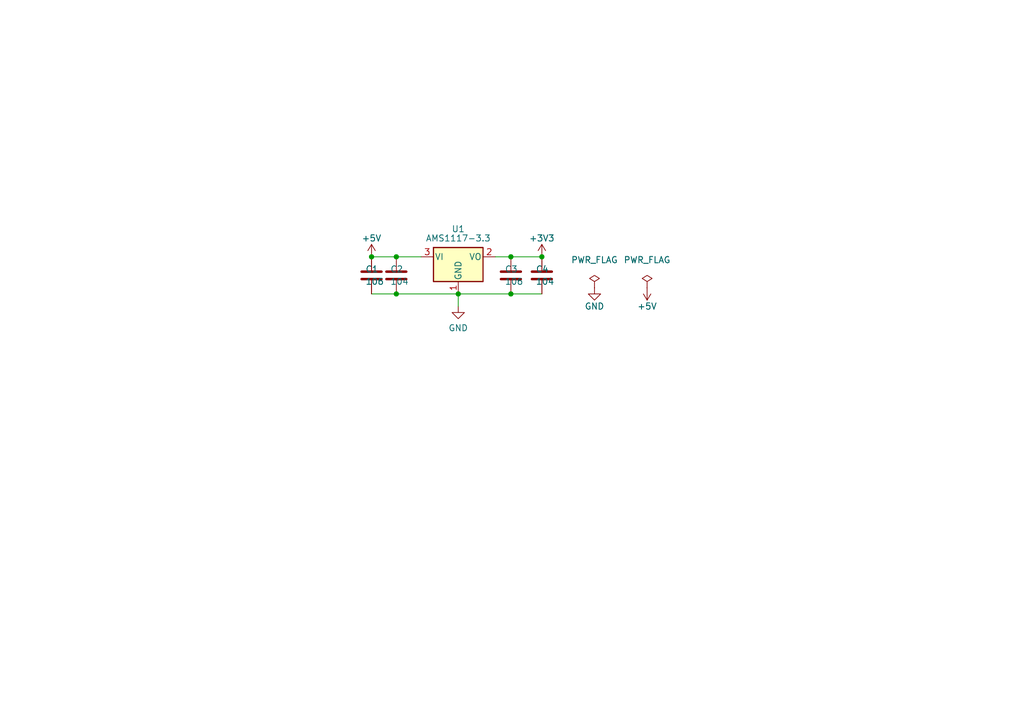
<source format=kicad_sch>
(kicad_sch (version 20211123) (generator eeschema)

  (uuid d0bc92af-f139-4222-84fc-5311aee80f08)

  (paper "A5")

  (lib_symbols
    (symbol "Device:C" (pin_numbers hide) (pin_names (offset 0.254)) (in_bom yes) (on_board yes)
      (property "Reference" "C" (id 0) (at 0.635 2.54 0)
        (effects (font (size 1.27 1.27)) (justify left))
      )
      (property "Value" "C" (id 1) (at 0.635 -2.54 0)
        (effects (font (size 1.27 1.27)) (justify left))
      )
      (property "Footprint" "" (id 2) (at 0.9652 -3.81 0)
        (effects (font (size 1.27 1.27)) hide)
      )
      (property "Datasheet" "~" (id 3) (at 0 0 0)
        (effects (font (size 1.27 1.27)) hide)
      )
      (property "ki_keywords" "cap capacitor" (id 4) (at 0 0 0)
        (effects (font (size 1.27 1.27)) hide)
      )
      (property "ki_description" "Unpolarized capacitor" (id 5) (at 0 0 0)
        (effects (font (size 1.27 1.27)) hide)
      )
      (property "ki_fp_filters" "C_*" (id 6) (at 0 0 0)
        (effects (font (size 1.27 1.27)) hide)
      )
      (symbol "C_0_1"
        (polyline
          (pts
            (xy -2.032 -0.762)
            (xy 2.032 -0.762)
          )
          (stroke (width 0.508) (type default) (color 0 0 0 0))
          (fill (type none))
        )
        (polyline
          (pts
            (xy -2.032 0.762)
            (xy 2.032 0.762)
          )
          (stroke (width 0.508) (type default) (color 0 0 0 0))
          (fill (type none))
        )
      )
      (symbol "C_1_1"
        (pin passive line (at 0 3.81 270) (length 2.794)
          (name "~" (effects (font (size 1.27 1.27))))
          (number "1" (effects (font (size 1.27 1.27))))
        )
        (pin passive line (at 0 -3.81 90) (length 2.794)
          (name "~" (effects (font (size 1.27 1.27))))
          (number "2" (effects (font (size 1.27 1.27))))
        )
      )
    )
    (symbol "Regulator_Linear:AMS1117-3.3" (pin_names (offset 0.254)) (in_bom yes) (on_board yes)
      (property "Reference" "U" (id 0) (at -3.81 3.175 0)
        (effects (font (size 1.27 1.27)))
      )
      (property "Value" "AMS1117-3.3" (id 1) (at 0 3.175 0)
        (effects (font (size 1.27 1.27)) (justify left))
      )
      (property "Footprint" "Package_TO_SOT_SMD:SOT-223-3_TabPin2" (id 2) (at 0 5.08 0)
        (effects (font (size 1.27 1.27)) hide)
      )
      (property "Datasheet" "http://www.advanced-monolithic.com/pdf/ds1117.pdf" (id 3) (at 2.54 -6.35 0)
        (effects (font (size 1.27 1.27)) hide)
      )
      (property "ki_keywords" "linear regulator ldo fixed positive" (id 4) (at 0 0 0)
        (effects (font (size 1.27 1.27)) hide)
      )
      (property "ki_description" "1A Low Dropout regulator, positive, 3.3V fixed output, SOT-223" (id 5) (at 0 0 0)
        (effects (font (size 1.27 1.27)) hide)
      )
      (property "ki_fp_filters" "SOT?223*TabPin2*" (id 6) (at 0 0 0)
        (effects (font (size 1.27 1.27)) hide)
      )
      (symbol "AMS1117-3.3_0_1"
        (rectangle (start -5.08 -5.08) (end 5.08 1.905)
          (stroke (width 0.254) (type default) (color 0 0 0 0))
          (fill (type background))
        )
      )
      (symbol "AMS1117-3.3_1_1"
        (pin power_in line (at 0 -7.62 90) (length 2.54)
          (name "GND" (effects (font (size 1.27 1.27))))
          (number "1" (effects (font (size 1.27 1.27))))
        )
        (pin power_out line (at 7.62 0 180) (length 2.54)
          (name "VO" (effects (font (size 1.27 1.27))))
          (number "2" (effects (font (size 1.27 1.27))))
        )
        (pin power_in line (at -7.62 0 0) (length 2.54)
          (name "VI" (effects (font (size 1.27 1.27))))
          (number "3" (effects (font (size 1.27 1.27))))
        )
      )
    )
    (symbol "power:+3V3" (power) (pin_names (offset 0)) (in_bom yes) (on_board yes)
      (property "Reference" "#PWR" (id 0) (at 0 -3.81 0)
        (effects (font (size 1.27 1.27)) hide)
      )
      (property "Value" "+3V3" (id 1) (at 0 3.556 0)
        (effects (font (size 1.27 1.27)))
      )
      (property "Footprint" "" (id 2) (at 0 0 0)
        (effects (font (size 1.27 1.27)) hide)
      )
      (property "Datasheet" "" (id 3) (at 0 0 0)
        (effects (font (size 1.27 1.27)) hide)
      )
      (property "ki_keywords" "power-flag" (id 4) (at 0 0 0)
        (effects (font (size 1.27 1.27)) hide)
      )
      (property "ki_description" "Power symbol creates a global label with name \"+3V3\"" (id 5) (at 0 0 0)
        (effects (font (size 1.27 1.27)) hide)
      )
      (symbol "+3V3_0_1"
        (polyline
          (pts
            (xy -0.762 1.27)
            (xy 0 2.54)
          )
          (stroke (width 0) (type default) (color 0 0 0 0))
          (fill (type none))
        )
        (polyline
          (pts
            (xy 0 0)
            (xy 0 2.54)
          )
          (stroke (width 0) (type default) (color 0 0 0 0))
          (fill (type none))
        )
        (polyline
          (pts
            (xy 0 2.54)
            (xy 0.762 1.27)
          )
          (stroke (width 0) (type default) (color 0 0 0 0))
          (fill (type none))
        )
      )
      (symbol "+3V3_1_1"
        (pin power_in line (at 0 0 90) (length 0) hide
          (name "+3V3" (effects (font (size 1.27 1.27))))
          (number "1" (effects (font (size 1.27 1.27))))
        )
      )
    )
    (symbol "power:+5V" (power) (pin_names (offset 0)) (in_bom yes) (on_board yes)
      (property "Reference" "#PWR" (id 0) (at 0 -3.81 0)
        (effects (font (size 1.27 1.27)) hide)
      )
      (property "Value" "+5V" (id 1) (at 0 3.556 0)
        (effects (font (size 1.27 1.27)))
      )
      (property "Footprint" "" (id 2) (at 0 0 0)
        (effects (font (size 1.27 1.27)) hide)
      )
      (property "Datasheet" "" (id 3) (at 0 0 0)
        (effects (font (size 1.27 1.27)) hide)
      )
      (property "ki_keywords" "power-flag" (id 4) (at 0 0 0)
        (effects (font (size 1.27 1.27)) hide)
      )
      (property "ki_description" "Power symbol creates a global label with name \"+5V\"" (id 5) (at 0 0 0)
        (effects (font (size 1.27 1.27)) hide)
      )
      (symbol "+5V_0_1"
        (polyline
          (pts
            (xy -0.762 1.27)
            (xy 0 2.54)
          )
          (stroke (width 0) (type default) (color 0 0 0 0))
          (fill (type none))
        )
        (polyline
          (pts
            (xy 0 0)
            (xy 0 2.54)
          )
          (stroke (width 0) (type default) (color 0 0 0 0))
          (fill (type none))
        )
        (polyline
          (pts
            (xy 0 2.54)
            (xy 0.762 1.27)
          )
          (stroke (width 0) (type default) (color 0 0 0 0))
          (fill (type none))
        )
      )
      (symbol "+5V_1_1"
        (pin power_in line (at 0 0 90) (length 0) hide
          (name "+5V" (effects (font (size 1.27 1.27))))
          (number "1" (effects (font (size 1.27 1.27))))
        )
      )
    )
    (symbol "power:GND" (power) (pin_names (offset 0)) (in_bom yes) (on_board yes)
      (property "Reference" "#PWR" (id 0) (at 0 -6.35 0)
        (effects (font (size 1.27 1.27)) hide)
      )
      (property "Value" "GND" (id 1) (at 0 -3.81 0)
        (effects (font (size 1.27 1.27)))
      )
      (property "Footprint" "" (id 2) (at 0 0 0)
        (effects (font (size 1.27 1.27)) hide)
      )
      (property "Datasheet" "" (id 3) (at 0 0 0)
        (effects (font (size 1.27 1.27)) hide)
      )
      (property "ki_keywords" "power-flag" (id 4) (at 0 0 0)
        (effects (font (size 1.27 1.27)) hide)
      )
      (property "ki_description" "Power symbol creates a global label with name \"GND\" , ground" (id 5) (at 0 0 0)
        (effects (font (size 1.27 1.27)) hide)
      )
      (symbol "GND_0_1"
        (polyline
          (pts
            (xy 0 0)
            (xy 0 -1.27)
            (xy 1.27 -1.27)
            (xy 0 -2.54)
            (xy -1.27 -1.27)
            (xy 0 -1.27)
          )
          (stroke (width 0) (type default) (color 0 0 0 0))
          (fill (type none))
        )
      )
      (symbol "GND_1_1"
        (pin power_in line (at 0 0 270) (length 0) hide
          (name "GND" (effects (font (size 1.27 1.27))))
          (number "1" (effects (font (size 1.27 1.27))))
        )
      )
    )
    (symbol "power:PWR_FLAG" (power) (pin_numbers hide) (pin_names (offset 0) hide) (in_bom yes) (on_board yes)
      (property "Reference" "#FLG" (id 0) (at 0 1.905 0)
        (effects (font (size 1.27 1.27)) hide)
      )
      (property "Value" "PWR_FLAG" (id 1) (at 0 3.81 0)
        (effects (font (size 1.27 1.27)))
      )
      (property "Footprint" "" (id 2) (at 0 0 0)
        (effects (font (size 1.27 1.27)) hide)
      )
      (property "Datasheet" "~" (id 3) (at 0 0 0)
        (effects (font (size 1.27 1.27)) hide)
      )
      (property "ki_keywords" "power-flag" (id 4) (at 0 0 0)
        (effects (font (size 1.27 1.27)) hide)
      )
      (property "ki_description" "Special symbol for telling ERC where power comes from" (id 5) (at 0 0 0)
        (effects (font (size 1.27 1.27)) hide)
      )
      (symbol "PWR_FLAG_0_0"
        (pin power_out line (at 0 0 90) (length 0)
          (name "pwr" (effects (font (size 1.27 1.27))))
          (number "1" (effects (font (size 1.27 1.27))))
        )
      )
      (symbol "PWR_FLAG_0_1"
        (polyline
          (pts
            (xy 0 0)
            (xy 0 1.27)
            (xy -1.016 1.905)
            (xy 0 2.54)
            (xy 1.016 1.905)
            (xy 0 1.27)
          )
          (stroke (width 0) (type default) (color 0 0 0 0))
          (fill (type none))
        )
      )
    )
  )

  (junction (at 104.775 60.325) (diameter 0) (color 0 0 0 0)
    (uuid 176d05a4-178f-40f4-9a40-aa7bddee7ee5)
  )
  (junction (at 104.775 52.705) (diameter 0) (color 0 0 0 0)
    (uuid 4fe3cd60-1aad-4668-acba-6943c9d25606)
  )
  (junction (at 76.2 52.705) (diameter 0) (color 0 0 0 0)
    (uuid 720f2d38-f73a-4a9c-9de7-58bdc86eed25)
  )
  (junction (at 81.28 52.705) (diameter 0) (color 0 0 0 0)
    (uuid 8a56ab25-5b51-49d3-b6b5-3016a2135093)
  )
  (junction (at 111.125 52.705) (diameter 0) (color 0 0 0 0)
    (uuid ac592bb5-82d2-4e0f-9533-e540e04b7c55)
  )
  (junction (at 93.98 60.325) (diameter 0) (color 0 0 0 0)
    (uuid d6425650-83a9-46ed-90de-7ef095055c9b)
  )
  (junction (at 81.28 60.325) (diameter 0) (color 0 0 0 0)
    (uuid fcc0816d-f34c-4a2b-932b-d7d6c48176bb)
  )

  (wire (pts (xy 93.98 60.325) (xy 93.98 62.865))
    (stroke (width 0) (type default) (color 0 0 0 0))
    (uuid 04955a0f-0600-430d-b217-0145572c1dac)
  )
  (wire (pts (xy 76.2 60.325) (xy 81.28 60.325))
    (stroke (width 0) (type default) (color 0 0 0 0))
    (uuid 4331ae98-aab5-41d9-81e3-744d83693168)
  )
  (wire (pts (xy 101.6 52.705) (xy 104.775 52.705))
    (stroke (width 0) (type default) (color 0 0 0 0))
    (uuid 4fd8e2d3-3816-4e15-ad0a-8304b979ca2e)
  )
  (wire (pts (xy 76.2 52.705) (xy 81.28 52.705))
    (stroke (width 0) (type default) (color 0 0 0 0))
    (uuid 72ce4a10-7792-42ce-b226-bb5e5a226f7a)
  )
  (wire (pts (xy 104.775 52.705) (xy 111.125 52.705))
    (stroke (width 0) (type default) (color 0 0 0 0))
    (uuid 73d350b1-6e08-48d3-bce8-e58ff5f4a164)
  )
  (wire (pts (xy 81.28 52.705) (xy 86.36 52.705))
    (stroke (width 0) (type default) (color 0 0 0 0))
    (uuid 808b1a82-4f30-425a-8b6b-f291224ee191)
  )
  (wire (pts (xy 93.98 60.325) (xy 104.775 60.325))
    (stroke (width 0) (type default) (color 0 0 0 0))
    (uuid 8de7f9d2-3e53-4309-9054-109c2bb95c42)
  )
  (wire (pts (xy 104.775 60.325) (xy 111.125 60.325))
    (stroke (width 0) (type default) (color 0 0 0 0))
    (uuid b71c3afc-af1a-4a1e-9d62-8af8f97e44aa)
  )
  (wire (pts (xy 81.28 60.325) (xy 93.98 60.325))
    (stroke (width 0) (type default) (color 0 0 0 0))
    (uuid ee35361c-0d78-4b93-b640-60ab6ce8a8b7)
  )

  (symbol (lib_id "Device:C") (at 81.28 56.515 0) (unit 1)
    (in_bom yes) (on_board yes)
    (uuid 161ab245-8111-402b-9126-dd0fc856245b)
    (property "Reference" "C2" (id 0) (at 80.01 55.245 0)
      (effects (font (size 1.27 1.27)) (justify left))
    )
    (property "Value" "104" (id 1) (at 80.01 57.785 0)
      (effects (font (size 1.27 1.27)) (justify left))
    )
    (property "Footprint" "Capacitor_SMD:C_0603_1608Metric_Pad1.08x0.95mm_HandSolder" (id 2) (at 82.2452 60.325 0)
      (effects (font (size 1.27 1.27)) hide)
    )
    (property "Datasheet" "~" (id 3) (at 81.28 56.515 0)
      (effects (font (size 1.27 1.27)) hide)
    )
    (pin "1" (uuid 97a52edf-703b-4f8c-87e0-4b5f4ced5858))
    (pin "2" (uuid 8693bdd1-2a6a-437f-a940-ad5933507b76))
  )

  (symbol (lib_id "power:PWR_FLAG") (at 132.715 59.055 0) (unit 1)
    (in_bom yes) (on_board yes) (fields_autoplaced)
    (uuid 25ae6008-e045-47b5-a1f0-caee38b04b47)
    (property "Reference" "#FLG02" (id 0) (at 132.715 57.15 0)
      (effects (font (size 1.27 1.27)) hide)
    )
    (property "Value" "PWR_FLAG" (id 1) (at 132.715 53.34 0))
    (property "Footprint" "" (id 2) (at 132.715 59.055 0)
      (effects (font (size 1.27 1.27)) hide)
    )
    (property "Datasheet" "~" (id 3) (at 132.715 59.055 0)
      (effects (font (size 1.27 1.27)) hide)
    )
    (pin "1" (uuid 3579fd28-57e1-4ef4-a43f-e869e483b084))
  )

  (symbol (lib_id "power:GND") (at 93.98 62.865 0) (unit 1)
    (in_bom yes) (on_board yes) (fields_autoplaced)
    (uuid 4db05c46-13a8-484a-aaf9-b2e5a394cc86)
    (property "Reference" "#PWR02" (id 0) (at 93.98 69.215 0)
      (effects (font (size 1.27 1.27)) hide)
    )
    (property "Value" "GND" (id 1) (at 93.98 67.31 0))
    (property "Footprint" "" (id 2) (at 93.98 62.865 0)
      (effects (font (size 1.27 1.27)) hide)
    )
    (property "Datasheet" "" (id 3) (at 93.98 62.865 0)
      (effects (font (size 1.27 1.27)) hide)
    )
    (pin "1" (uuid 79998ec0-8a67-4189-a0ae-312e79a2ebad))
  )

  (symbol (lib_id "power:+5V") (at 132.715 59.055 180) (unit 1)
    (in_bom yes) (on_board yes)
    (uuid 597ef60b-4d0c-4c35-b899-d4e670306fdb)
    (property "Reference" "#PWR05" (id 0) (at 132.715 55.245 0)
      (effects (font (size 1.27 1.27)) hide)
    )
    (property "Value" "+5V" (id 1) (at 132.715 62.865 0))
    (property "Footprint" "" (id 2) (at 132.715 59.055 0)
      (effects (font (size 1.27 1.27)) hide)
    )
    (property "Datasheet" "" (id 3) (at 132.715 59.055 0)
      (effects (font (size 1.27 1.27)) hide)
    )
    (pin "1" (uuid a3e07bc5-1fdf-4b44-8bc4-5595d719aa4c))
  )

  (symbol (lib_id "power:GND") (at 121.92 59.055 0) (unit 1)
    (in_bom yes) (on_board yes)
    (uuid 6e40f82e-ab2b-4fe6-a4c3-d2cdb8977d7b)
    (property "Reference" "#PWR04" (id 0) (at 121.92 65.405 0)
      (effects (font (size 1.27 1.27)) hide)
    )
    (property "Value" "GND" (id 1) (at 121.92 62.865 0))
    (property "Footprint" "" (id 2) (at 121.92 59.055 0)
      (effects (font (size 1.27 1.27)) hide)
    )
    (property "Datasheet" "" (id 3) (at 121.92 59.055 0)
      (effects (font (size 1.27 1.27)) hide)
    )
    (pin "1" (uuid 0c3f277e-57f8-4dbb-8935-662564f0cd96))
  )

  (symbol (lib_id "Device:C") (at 104.775 56.515 0) (unit 1)
    (in_bom yes) (on_board yes)
    (uuid 72b2147a-feaf-415c-8535-30b9304976b6)
    (property "Reference" "C3" (id 0) (at 103.505 55.245 0)
      (effects (font (size 1.27 1.27)) (justify left))
    )
    (property "Value" "106" (id 1) (at 103.505 57.785 0)
      (effects (font (size 1.27 1.27)) (justify left))
    )
    (property "Footprint" "Capacitor_SMD:C_0805_2012Metric_Pad1.18x1.45mm_HandSolder" (id 2) (at 105.7402 60.325 0)
      (effects (font (size 1.27 1.27)) hide)
    )
    (property "Datasheet" "~" (id 3) (at 104.775 56.515 0)
      (effects (font (size 1.27 1.27)) hide)
    )
    (pin "1" (uuid 731d5f08-7629-47c8-8648-4d4f87df9160))
    (pin "2" (uuid c20136df-b87a-4958-9db7-57ad81993d85))
  )

  (symbol (lib_id "power:+3V3") (at 111.125 52.705 0) (unit 1)
    (in_bom yes) (on_board yes)
    (uuid 73bbc08f-fd22-4b02-93b4-9518a052a406)
    (property "Reference" "#PWR03" (id 0) (at 111.125 56.515 0)
      (effects (font (size 1.27 1.27)) hide)
    )
    (property "Value" "+3V3" (id 1) (at 111.125 48.895 0))
    (property "Footprint" "" (id 2) (at 111.125 52.705 0)
      (effects (font (size 1.27 1.27)) hide)
    )
    (property "Datasheet" "" (id 3) (at 111.125 52.705 0)
      (effects (font (size 1.27 1.27)) hide)
    )
    (pin "1" (uuid be9e9a80-035e-4449-9550-228d5a126a76))
  )

  (symbol (lib_id "power:+5V") (at 76.2 52.705 0) (unit 1)
    (in_bom yes) (on_board yes)
    (uuid 7acedac3-4370-4699-a09e-b7420d37ac06)
    (property "Reference" "#PWR01" (id 0) (at 76.2 56.515 0)
      (effects (font (size 1.27 1.27)) hide)
    )
    (property "Value" "+5V" (id 1) (at 76.2 48.895 0))
    (property "Footprint" "" (id 2) (at 76.2 52.705 0)
      (effects (font (size 1.27 1.27)) hide)
    )
    (property "Datasheet" "" (id 3) (at 76.2 52.705 0)
      (effects (font (size 1.27 1.27)) hide)
    )
    (pin "1" (uuid c9f7c475-431f-425e-ad40-c8b024f6a3ad))
  )

  (symbol (lib_id "Regulator_Linear:AMS1117-3.3") (at 93.98 52.705 0) (unit 1)
    (in_bom yes) (on_board yes)
    (uuid 963be122-2314-4714-8aeb-e96d46c5b71a)
    (property "Reference" "U1" (id 0) (at 93.98 46.99 0))
    (property "Value" "AMS1117-3.3" (id 1) (at 93.98 48.895 0))
    (property "Footprint" "Package_TO_SOT_SMD:SOT-223-3_TabPin2" (id 2) (at 93.98 47.625 0)
      (effects (font (size 1.27 1.27)) hide)
    )
    (property "Datasheet" "http://www.advanced-monolithic.com/pdf/ds1117.pdf" (id 3) (at 96.52 59.055 0)
      (effects (font (size 1.27 1.27)) hide)
    )
    (pin "1" (uuid 6e4b1f59-60ef-4eb9-8833-c0fc11aa2928))
    (pin "2" (uuid 2919671d-1ef7-4f74-90ad-1419765ca496))
    (pin "3" (uuid ab1bb558-ed8b-49fa-b512-01c89a7d7c1a))
  )

  (symbol (lib_id "Device:C") (at 76.2 56.515 0) (unit 1)
    (in_bom yes) (on_board yes)
    (uuid b67e05dd-f4df-46b5-84ce-d63e0933d927)
    (property "Reference" "C1" (id 0) (at 74.93 55.245 0)
      (effects (font (size 1.27 1.27)) (justify left))
    )
    (property "Value" "106" (id 1) (at 74.93 57.785 0)
      (effects (font (size 1.27 1.27)) (justify left))
    )
    (property "Footprint" "Capacitor_SMD:C_0805_2012Metric_Pad1.18x1.45mm_HandSolder" (id 2) (at 77.1652 60.325 0)
      (effects (font (size 1.27 1.27)) hide)
    )
    (property "Datasheet" "~" (id 3) (at 76.2 56.515 0)
      (effects (font (size 1.27 1.27)) hide)
    )
    (pin "1" (uuid 982d6f4f-9746-4d88-8cd6-03d405aba14a))
    (pin "2" (uuid efbe4a7f-412e-4091-8bae-0fa10f6f500c))
  )

  (symbol (lib_id "Device:C") (at 111.125 56.515 0) (unit 1)
    (in_bom yes) (on_board yes)
    (uuid e6ddfe36-26b3-4245-aee4-568f37dd0c17)
    (property "Reference" "C4" (id 0) (at 109.855 55.245 0)
      (effects (font (size 1.27 1.27)) (justify left))
    )
    (property "Value" "104" (id 1) (at 109.855 57.785 0)
      (effects (font (size 1.27 1.27)) (justify left))
    )
    (property "Footprint" "Capacitor_SMD:C_0603_1608Metric_Pad1.08x0.95mm_HandSolder" (id 2) (at 112.0902 60.325 0)
      (effects (font (size 1.27 1.27)) hide)
    )
    (property "Datasheet" "~" (id 3) (at 111.125 56.515 0)
      (effects (font (size 1.27 1.27)) hide)
    )
    (pin "1" (uuid 8e536ecb-b9fe-4798-989d-2aae8a386c1f))
    (pin "2" (uuid bd2241ee-0d51-4356-8dd3-ad63e9588bfb))
  )

  (symbol (lib_id "power:PWR_FLAG") (at 121.92 59.055 0) (unit 1)
    (in_bom yes) (on_board yes) (fields_autoplaced)
    (uuid febfe7f9-d27b-40c4-978b-f0a8c153c4c7)
    (property "Reference" "#FLG01" (id 0) (at 121.92 57.15 0)
      (effects (font (size 1.27 1.27)) hide)
    )
    (property "Value" "PWR_FLAG" (id 1) (at 121.92 53.34 0))
    (property "Footprint" "" (id 2) (at 121.92 59.055 0)
      (effects (font (size 1.27 1.27)) hide)
    )
    (property "Datasheet" "~" (id 3) (at 121.92 59.055 0)
      (effects (font (size 1.27 1.27)) hide)
    )
    (pin "1" (uuid 176a881c-f3b3-4be5-b820-597ff4df84e7))
  )
)

</source>
